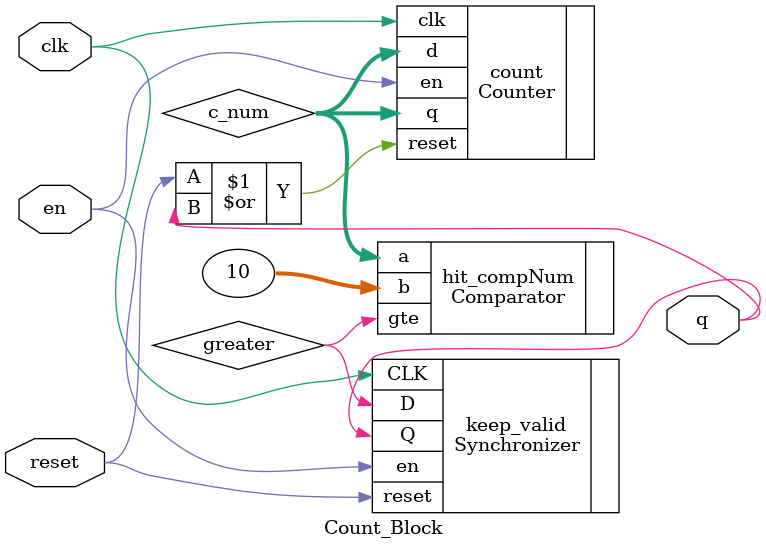
<source format=sv>
module Count_Block #(parameter N=8, compNum=11)
						  (input logic	clk, en, reset,
							output logic 	q);
	
	logic [N-1:0] c_num;
	logic greater;
	
	Counter	#(N) count(.clk(clk),
							  .en(en),
							  .reset(reset | q),
							  .q(c_num),
							  .d(c_num));		
	Comparator #(N) hit_compNum(.a(c_num),
										 .b(compNum-1),
										 .gte(greater));
	
	Synchronizer keep_valid(.reset(reset),
									.en(en),
									.D(greater),
									.Q(q),
									.CLK(clk));
				
endmodule
</source>
